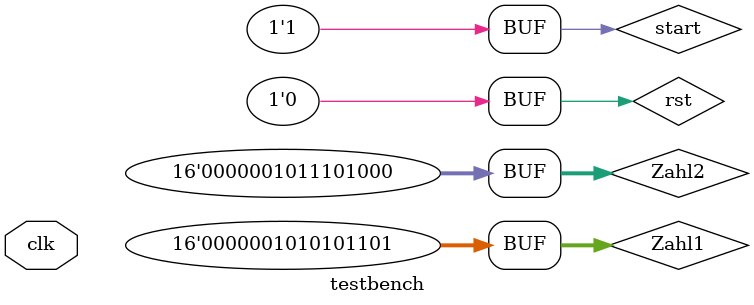
<source format=v>



`ifndef SIMULATION
module testbench(
    input clk
	 
);

    reg [15:0] Zahl1 = 16'd685;
    reg [15:0] Zahl2 = 16'd744;
    wire [15:0] ergebnis;
    reg start = 'd0;
    reg rst = 'd0;
    wire valid;
	 wire logic_clk;
	 wire egal;
	 

	 
	reg    [15:0] counter_r;
	
    LEDM MEM1(
		.address(8'd0),
		.clock(logic_clk),
		.data(ergebnis),
		.wren(valid),
		.q(egal) 
	 );


    ggt_top TOP(
	 
	 .clk(logic_clk), 
	 .rst_i(rst), 
	 .start_i(start),

    .Zahl1_i(Zahl1), 
	 .Zahl2_i(Zahl2),

	 
	 
	 .valid_o(valid),
    .ergebnis_o(ergebnis)
	 
	 
	 );
	 
 	 logic_pll PLL(
		.inclk0(clk),
		.c0(logic_clk)
	 
	 ); 
	 
	 
	always @ (posedge logic_clk) begin 
		counter_r <= counter_r + 16'd1; 
	end 

    initial begin
        // Initialwerte setzen
        //rst = 1'b1;
        //#10 rst = 1'b0;

			//Zahl1 = 16'd24255;
			//Zahl2 = 16'd12540;

 
            
            // Starte ggT-Berechnung
            start = 1'b1;
            //#10 start = 1'b0;

            // Warte auf gültiges Ergebnis
            //wait(valid);

        

        //$display("Alle Berechnungen abgeschlossen. Ergebnisse gespeichert.");
        //$stop;
    end
endmodule
`endif 



`ifdef SIMULATION
module testbench(
	

	
);

    reg [15:0] Zahl1;
    reg [15:0] Zahl2;
    wire [15:0] ergebnis;
    reg start = 0;
    reg clk = 0;
    reg rst = 0;
    wire valid;

    // Datei-Handles
    integer file_in, file_out;
    integer scan_result;
    
    // Modul-Instanz
    ggt_top TOP(
	 
	 .clk(clk), 
	 .rst_i(rst), 
	 .start_i(start),

    .Zahl1_i(Zahl1), 
	 .Zahl2_i(Zahl2),

	 
	 
	 .valid_o(valid),
    .ergebnis_o(ergebnis)
	 
	 
	 );
	 
	 

    // Taktgenerierung
    always #5 clk = !clk;

    initial begin
        // Initialwerte setzen
        clk = 1'b0;
        rst = 1'b1;
        #10 rst = 1'b0;
        
        // Datei öffnen
        file_in = $fopen("ggt_zahlen.txt", "r");
        file_out = $fopen("ggt_ergebnisse_euklid.txt", "w");

        if (file_in == 0) begin
            $display("Fehler: Datei ggt_zahlen.txt konnte nicht geöffnet werden!");
            $stop;
        end
        if (file_out == 0) begin
            $display("Fehler: Datei ggt_ergebnisse_euklid.txt konnte nicht geöffnet werden!");
            $stop;
        end

        // Zahlenpaare aus Datei einlesen und verarbeiten
        while (!$feof(file_in)) begin
            scan_result = $fscanf(file_in, "%d %d\n", Zahl1, Zahl2);
            if (scan_result != 2) begin
                $display("Fehler: Konnte keine zwei Zahlen lesen!");
                $finish;
            end
            
            // Starte ggT-Berechnung
            start = 1'b1;
            #10 start = 1'b0;

            // Warte auf gültiges Ergebnis
            wait(valid);
            
            // Ergebnis in Datei schreiben
            $fwrite(file_out, "%0d\n", ergebnis);
            $display("Berechnung abgeschlossen: %d (ggt) %d = [%d", Zahl1, Zahl2, ergebnis);
            #2;
        end

        // Dateien schließen
        $fclose(file_in);
        $fclose(file_out);

        $display("Alle Berechnungen abgeschlossen. Ergebnisse gespeichert.");
        $stop;
    end

endmodule
`endif 







</source>
